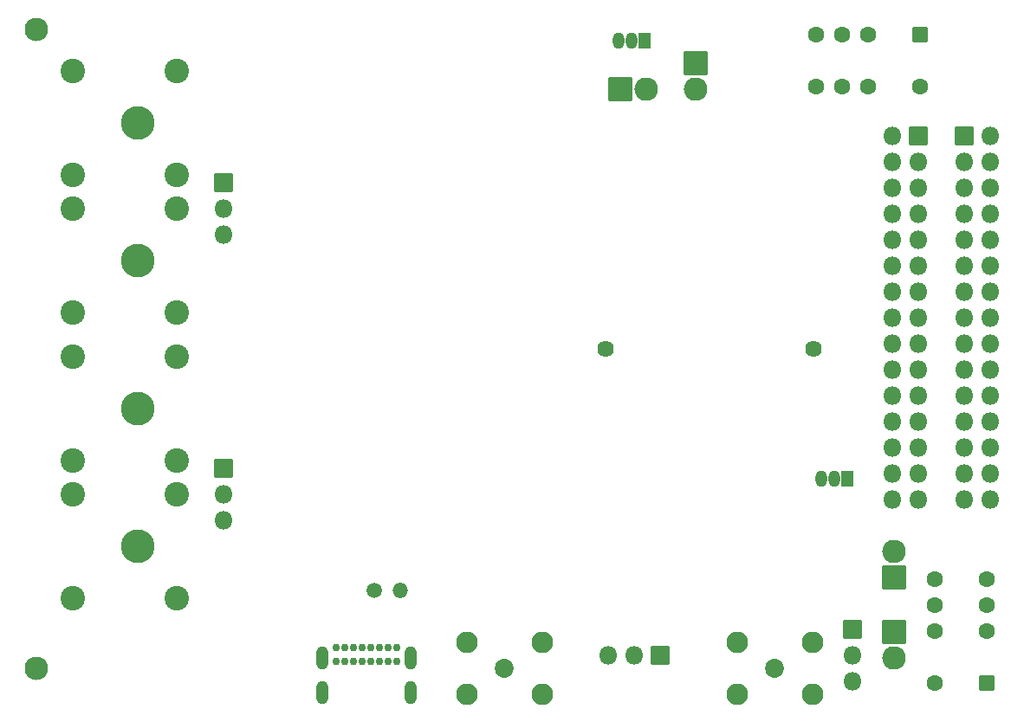
<source format=gbs>
%TF.GenerationSoftware,KiCad,Pcbnew,(6.0.6-1)-1*%
%TF.CreationDate,2022-07-06T12:40:26-04:00*%
%TF.ProjectId,dad_bod,6461645f-626f-4642-9e6b-696361645f70,rev?*%
%TF.SameCoordinates,Original*%
%TF.FileFunction,Soldermask,Bot*%
%TF.FilePolarity,Negative*%
%FSLAX46Y46*%
G04 Gerber Fmt 4.6, Leading zero omitted, Abs format (unit mm)*
G04 Created by KiCad (PCBNEW (6.0.6-1)-1) date 2022-07-06 12:40:26*
%MOMM*%
%LPD*%
G01*
G04 APERTURE LIST*
G04 Aperture macros list*
%AMRoundRect*
0 Rectangle with rounded corners*
0 $1 Rounding radius*
0 $2 $3 $4 $5 $6 $7 $8 $9 X,Y pos of 4 corners*
0 Add a 4 corners polygon primitive as box body*
4,1,4,$2,$3,$4,$5,$6,$7,$8,$9,$2,$3,0*
0 Add four circle primitives for the rounded corners*
1,1,$1+$1,$2,$3*
1,1,$1+$1,$4,$5*
1,1,$1+$1,$6,$7*
1,1,$1+$1,$8,$9*
0 Add four rect primitives between the rounded corners*
20,1,$1+$1,$2,$3,$4,$5,0*
20,1,$1+$1,$4,$5,$6,$7,0*
20,1,$1+$1,$6,$7,$8,$9,0*
20,1,$1+$1,$8,$9,$2,$3,0*%
G04 Aperture macros list end*
%ADD10O,1.800000X1.800000*%
%ADD11RoundRect,0.050000X-0.850000X-0.850000X0.850000X-0.850000X0.850000X0.850000X-0.850000X0.850000X0*%
%ADD12RoundRect,0.050000X0.525000X0.750000X-0.525000X0.750000X-0.525000X-0.750000X0.525000X-0.750000X0*%
%ADD13O,1.150000X1.600000*%
%ADD14C,0.750000*%
%ADD15O,1.208000X2.316000*%
%ADD16C,1.624000*%
%ADD17RoundRect,0.050000X-1.100000X1.100000X-1.100000X-1.100000X1.100000X-1.100000X1.100000X1.100000X0*%
%ADD18O,2.300000X2.300000*%
%ADD19RoundRect,0.050000X-1.100000X-1.100000X1.100000X-1.100000X1.100000X1.100000X-1.100000X1.100000X0*%
%ADD20RoundRect,0.050000X1.100000X-1.100000X1.100000X1.100000X-1.100000X1.100000X-1.100000X-1.100000X0*%
%ADD21C,3.300000*%
%ADD22C,2.400000*%
%ADD23RoundRect,0.050000X-0.850000X0.850000X-0.850000X-0.850000X0.850000X-0.850000X0.850000X0.850000X0*%
%ADD24C,1.855000*%
%ADD25C,2.125000*%
%ADD26RoundRect,0.300500X-0.499500X0.499500X-0.499500X-0.499500X0.499500X-0.499500X0.499500X0.499500X0*%
%ADD27C,1.600000*%
%ADD28RoundRect,0.300500X0.499500X0.499500X-0.499500X0.499500X-0.499500X-0.499500X0.499500X-0.499500X0*%
%ADD29C,1.500000*%
%ADD30O,1.500000X1.500000*%
%ADD31C,2.300000*%
G04 APERTURE END LIST*
D10*
X143764000Y-109987000D03*
X141224000Y-109987000D03*
X143764000Y-107447000D03*
X141224000Y-107447000D03*
X143764000Y-104907000D03*
X141224000Y-104907000D03*
X143764000Y-102367000D03*
X141224000Y-102367000D03*
X143764000Y-99827000D03*
X141224000Y-99827000D03*
X143764000Y-97287000D03*
X141224000Y-97287000D03*
X143764000Y-94747000D03*
X141224000Y-94747000D03*
X143764000Y-92207000D03*
X141224000Y-92207000D03*
X143764000Y-89667000D03*
X141224000Y-89667000D03*
X143764000Y-87127000D03*
X141224000Y-87127000D03*
X143764000Y-84587000D03*
X141224000Y-84587000D03*
X143764000Y-82047000D03*
X141224000Y-82047000D03*
X143764000Y-79507000D03*
X141224000Y-79507000D03*
X143764000Y-76967000D03*
X141224000Y-76967000D03*
X143764000Y-74427000D03*
D11*
X141224000Y-74427000D03*
X130302000Y-122682000D03*
D10*
X130302000Y-125222000D03*
X130302000Y-127762000D03*
D12*
X129794000Y-107950000D03*
D13*
X128524000Y-107950000D03*
X127254000Y-107950000D03*
X107424000Y-65149734D03*
X108694000Y-65149734D03*
D12*
X109964000Y-65149734D03*
D14*
X79829000Y-124499000D03*
X80679000Y-124499000D03*
X81529000Y-124499000D03*
X82379000Y-124499000D03*
X83229000Y-124499000D03*
X84079000Y-124499000D03*
X84929000Y-124499000D03*
X85779000Y-124499000D03*
X85779000Y-125849000D03*
X84929000Y-125849000D03*
X84079000Y-125849000D03*
X83229000Y-125849000D03*
X82379000Y-125849000D03*
X81529000Y-125849000D03*
X80679000Y-125849000D03*
X79829000Y-125849000D03*
D15*
X78479000Y-125479000D03*
X87129000Y-125479000D03*
X87129000Y-128859000D03*
X78479000Y-128859000D03*
D16*
X106172000Y-95250000D03*
X126492000Y-95250000D03*
D17*
X114989500Y-67310000D03*
D18*
X114989500Y-69850000D03*
D17*
X134366000Y-122936000D03*
D18*
X134366000Y-125476000D03*
D19*
X107614500Y-69848734D03*
D18*
X110154500Y-69848734D03*
D20*
X134366000Y-117602000D03*
D18*
X134366000Y-115062000D03*
D21*
X60452000Y-86614000D03*
D22*
X64252000Y-81534000D03*
X54092000Y-81534000D03*
X64252000Y-91694000D03*
X54092000Y-91694000D03*
X54092000Y-78232000D03*
X64252000Y-78232000D03*
X64252000Y-68072000D03*
X54092000Y-68072000D03*
D21*
X60452000Y-73152000D03*
X60452000Y-114554000D03*
D22*
X64252000Y-119634000D03*
X64252000Y-109474000D03*
X54092000Y-109474000D03*
X54092000Y-119634000D03*
D21*
X60452000Y-101092000D03*
D22*
X54092000Y-96012000D03*
X54092000Y-106172000D03*
X64252000Y-96012000D03*
X64252000Y-106172000D03*
D23*
X111506000Y-125222000D03*
D10*
X108966000Y-125222000D03*
X106426000Y-125222000D03*
D11*
X68834000Y-78994000D03*
D10*
X68834000Y-81534000D03*
X68834000Y-84074000D03*
D11*
X68834000Y-106934000D03*
D10*
X68834000Y-109474000D03*
X68834000Y-112014000D03*
D24*
X96266000Y-126492000D03*
D25*
X99966000Y-129032000D03*
X99966000Y-123952000D03*
X92566000Y-123952000D03*
X92566000Y-129032000D03*
D26*
X136906000Y-64516000D03*
D27*
X131826000Y-64516000D03*
X129286000Y-64516000D03*
X126746000Y-64516000D03*
X126746000Y-69596000D03*
X129286000Y-69596000D03*
X131826000Y-69596000D03*
X136906000Y-69596000D03*
D28*
X143437500Y-127943500D03*
D27*
X143437500Y-122863500D03*
X143437500Y-120323500D03*
X143437500Y-117783500D03*
X138357500Y-117783500D03*
X138357500Y-120323500D03*
X138357500Y-122863500D03*
X138357500Y-127943500D03*
D11*
X136672000Y-74422000D03*
D10*
X134132000Y-74422000D03*
X136672000Y-76962000D03*
X134132000Y-76962000D03*
X136672000Y-79502000D03*
X134132000Y-79502000D03*
X136672000Y-82042000D03*
X134132000Y-82042000D03*
X136672000Y-84582000D03*
X134132000Y-84582000D03*
X136672000Y-87122000D03*
X134132000Y-87122000D03*
X136672000Y-89662000D03*
X134132000Y-89662000D03*
X136672000Y-92202000D03*
X134132000Y-92202000D03*
X136672000Y-94742000D03*
X134132000Y-94742000D03*
X136672000Y-97282000D03*
X134132000Y-97282000D03*
X136672000Y-99822000D03*
X134132000Y-99822000D03*
X136672000Y-102362000D03*
X134132000Y-102362000D03*
X136672000Y-104902000D03*
X134132000Y-104902000D03*
X136672000Y-107442000D03*
X134132000Y-107442000D03*
X136672000Y-109982000D03*
X134132000Y-109982000D03*
D24*
X122682000Y-126492000D03*
D25*
X126382000Y-129032000D03*
X126382000Y-123952000D03*
X118982000Y-123952000D03*
X118982000Y-129032000D03*
D29*
X83566000Y-118872000D03*
D30*
X86106000Y-118872000D03*
D31*
X50500000Y-64008000D03*
X50500000Y-126500000D03*
M02*

</source>
